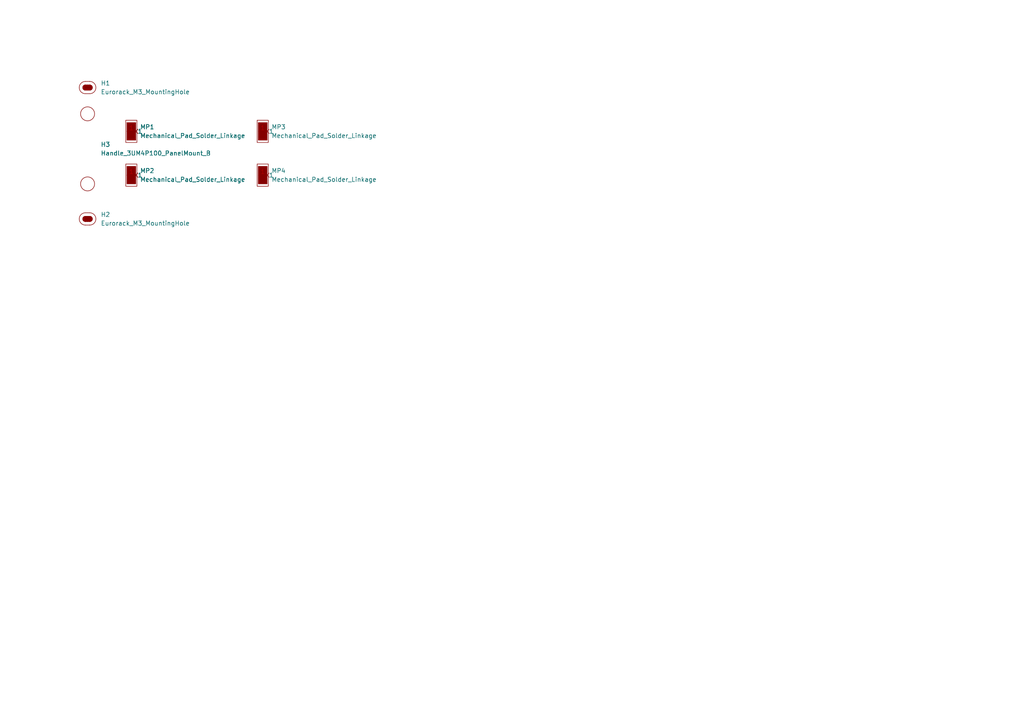
<source format=kicad_sch>
(kicad_sch (version 20250114) (generator "eeschema") (generator_version "9.0")
  (paper "A4")
  (lib_symbols
    (symbol "EXC:Eurorack_M3_MountingHole" (pin_names (offset 1.016))
      (property "Reference" "H" (at 0 5.08 0))
      (property "Value" "Eurorack_M3_MountingHole" (at 0 3.175 0))
      (symbol "Eurorack_M3_MountingHole_0_1"
        (polyline (pts (xy -0.635 0.762) (xy 0.635 0.762)))
        (circle (center -0.635 0) (radius 0.762) (fill (type outline)))
        (arc (start -0.635 -0.762) (mid -1.397 0) (end -0.635 0.762))
        (arc (start -0.635 -1.778) (mid -2.413 0) (end -0.635 1.778))
        (polyline (pts (xy -0.635 -0.762) (xy 0.635 -0.762)))
        (polyline (pts (xy -0.635 -1.778) (xy 0.635 -1.778)))
        (circle (center 0 0) (radius 0.762) (fill (type outline)))
        (polyline (pts (xy 0.635 1.778) (xy -0.635 1.778)))
        (arc (start 0.6141 1.778) (mid 2.4131 0) (end 0.6141 -1.778))
        (arc (start 0.6227 0.762) (mid 1.3971 0) (end 0.6227 -0.762))
        (circle (center 0.635 0) (radius 0.762) (fill (type outline)))
      )
    )
    (symbol "EXC:Handle_3UM4P100_B"
      (property "Reference" "H" (at 0 -3.302 0))
      (property "Value" "Handle_3UM4P100_PanelMount_B" (at 0.254 -25.4 0))
      (symbol "Handle_3UM4P100_B_0_1"
        (circle (center 0 0) (radius 2.032))
        (circle (center 0 -20.32) (radius 2.032))
      )
    )
    (symbol "EXC:Mechanical_Pad_Solder_Linkage"
      (property "Reference" "MP" (at 0 4.318 0))
      (property "Value" "Mechanical_Pad_Solder_Linkage" (at 0 -4.318 0))
      (symbol "Mechanical_Pad_Solder_Linkage_0_1"
        (rectangle (start -1.6129 3.2258) (end 1.6129 -3.2258))
        (rectangle (start -1.27 2.54) (end 1.27 -2.54) (fill (type outline)))
      )
      (symbol "Mechanical_Pad_Solder_Linkage_1_1"
        (pin bidirectional non_logic (at -1.27 0 0) (length 2.54) (name "1") (number "1"))
      )
    )
  )
  (symbol (lib_id "EXC:Handle_3UM4P100_B") (at 25.4 33.02 0) (unit 1)
    (property "Reference" "H3" (at 29.21 41.9099 0) (effects (justify left)))
    (property "Value" "Handle_3UM4P100_PanelMount_B" (at 29.21 44.4499 0) (effects (justify left)))
    (property "Footprint" "EXC:Handle_3UM4P100_B" (effects (hide yes)))
    (property "Datasheet" "https://ae-pic-a1.aliexpress-media.com/kf/Sad31a7a115c54e08a124ccf5d0f4e5e8r.jpg_960x960q75.jpg" (effects (hide yes)))
    (property "Description" "The part of the handle that has the holes for the screws' heads" (effects (hide yes)))
    (property "Source" "https://www.aliexpress.com/item/1005007166949940.html" (effects (hide yes)))
  )
  (symbol (lib_id "EXC:Mechanical_Pad_Solder_Linkage") (at 38.1 38.1 0) (unit 1)
    (property "Reference" "MP1" (at 40.64 36.8299 0) (effects (justify left)))
    (property "Value" "Mechanical_Pad_Solder_Linkage" (at 40.64 39.3699 0) (effects (justify left)))
    (property "Footprint" "EXC:SolderWirePad_1x01_SMD_1x2mm" (effects (hide yes)))
    (property "Description" "Solder pad for mechanically connecting PCBs/etc." (effects (hide yes)))
  )
  (symbol (lib_id "EXC:Mechanical_Pad_Solder_Linkage") (at 76.2 38.1 0) (unit 1)
    (property "Reference" "MP3" (at 78.74 36.8299 0) (effects (justify left)))
    (property "Value" "Mechanical_Pad_Solder_Linkage" (at 78.74 39.3699 0) (effects (justify left)))
    (property "Footprint" "EXC:SolderWirePad_1x01_SMD_1x2mm" (effects (hide yes)))
    (property "Description" "Solder pad for mechanically connecting PCBs/etc." (effects (hide yes)))
  )
  (symbol (lib_id "EXC:Mechanical_Pad_Solder_Linkage") (at 38.1 50.8 0) (unit 1)
    (property "Reference" "MP2" (at 40.64 49.5299 0) (effects (justify left)))
    (property "Value" "Mechanical_Pad_Solder_Linkage" (at 40.64 52.0699 0) (effects (justify left)))
    (property "Footprint" "EXC:SolderWirePad_1x01_SMD_1x2mm" (effects (hide yes)))
    (property "Description" "Solder pad for mechanically connecting PCBs/etc." (effects (hide yes)))
  )
  (symbol (lib_id "EXC:Eurorack_M3_MountingHole") (at 25.4 25.4 0) (unit 1)
    (property "Reference" "H1" (at 29.21 24.1299 0) (effects (justify left)))
    (property "Value" "Eurorack_M3_MountingHole" (at 29.21 26.6699 0) (effects (justify left)))
    (property "Footprint" "EXC:MountingHole_3.2mm_M3" (effects (hide yes)))
    (property "Description" "Mounting Hole without connection" (effects (hide yes)))
  )
  (symbol (lib_id "EXC:Eurorack_M3_MountingHole") (at 25.4 63.5 0) (unit 1)
    (property "Reference" "H2" (at 29.21 62.2299 0) (effects (justify left)))
    (property "Value" "Eurorack_M3_MountingHole" (at 29.21 64.7699 0) (effects (justify left)))
    (property "Footprint" "EXC:MountingHole_3.2mm_M3" (effects (hide yes)))
    (property "Description" "Mounting Hole without connection" (effects (hide yes)))
  )
  (symbol (lib_id "EXC:Mechanical_Pad_Solder_Linkage") (at 76.2 50.8 0) (unit 1)
    (property "Reference" "MP4" (at 78.74 49.5299 0) (effects (justify left)))
    (property "Value" "Mechanical_Pad_Solder_Linkage" (at 78.74 52.0699 0) (effects (justify left)))
    (property "Footprint" "EXC:SolderWirePad_1x01_SMD_1x2mm" (effects (hide yes)))
    (property "Description" "Solder pad for mechanically connecting PCBs/etc." (effects (hide yes)))
  )
)
</source>
